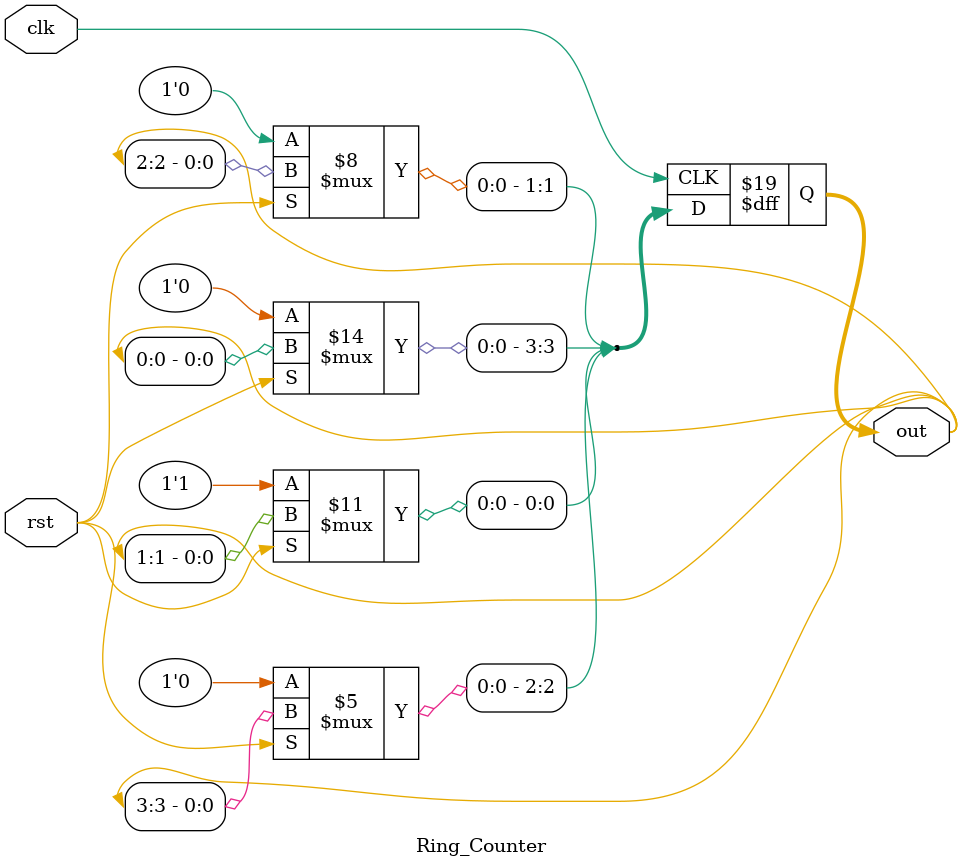
<source format=v>
`timescale 1ns / 1ps


module Ring_Counter(clk, out, rst);
    parameter WIDTH = 4;
    input clk, rst;
    output reg [WIDTH - 1:0] out;
    integer i;
    always @ (posedge clk)
    begin
        if(!rst)
            out <= 1;
        else
        begin
            out[WIDTH - 1] <= out[0];
            for (i = 0; i < WIDTH - 1; i = i + 1)
            begin
                out[i] <= out[i + 1];
            end
        end
    end
endmodule

</source>
